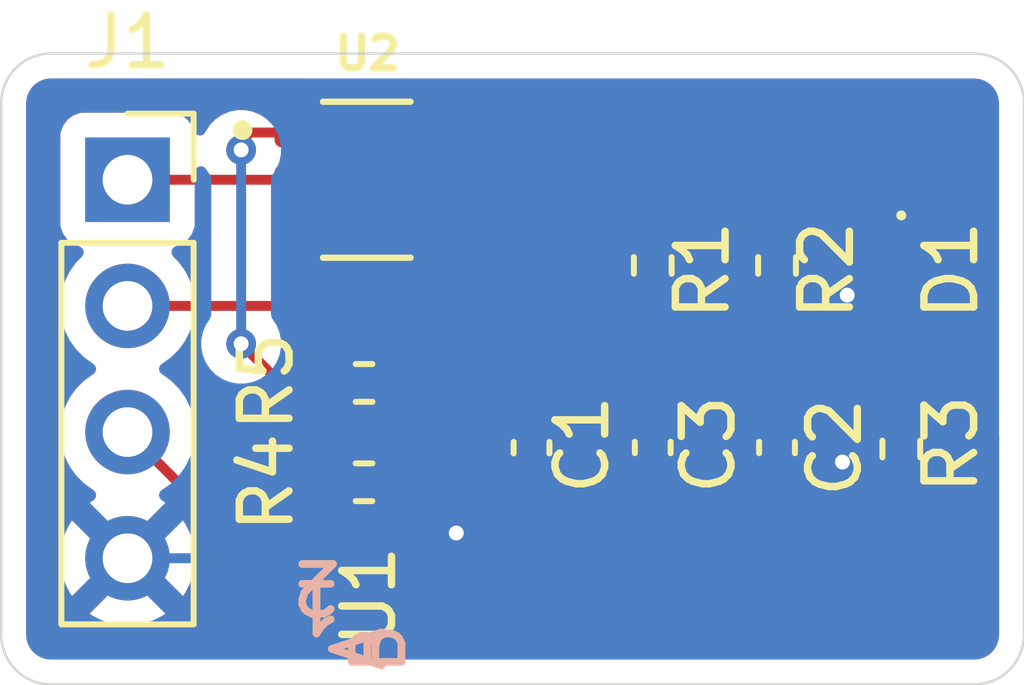
<source format=kicad_pcb>
(kicad_pcb (version 20241229) (generator "pcbnew") (generator_version "9.0")
  (layers (0 "F.Cu" signal) (2 "B.Cu" signal) (13 "F.Paste" user) (15 "B.Paste" user) (5 "F.SilkS" user "F.Silkscreen") (7 "B.SilkS" user "B.Silkscreen") (1 "F.Mask" user) (3 "B.Mask" user) (25 "Edge.Cuts" user))
  (net 0 "")
  (net 1 "GND")
  (net 2 "VCC")
  (net 3 "+3.3V")
  (net 4 "Net-(D1-A)")
  (net 5 "/SCL")
  (net 6 "/SDA")
  (net 7 "Net-(U2-FB)")
  (footprint "Capacitor_SMD:C_0402_1005Metric_Pad0.74x0.62mm_HandSolder" (layer "F.Cu") (at 120.508 88.7025 -90)
    (property "Reference" "C2" (at 0 -1.16 90) (layer "F.SilkS"))
    (property "Value" "0.47u" (hide yes))
    (fp_line (start -0.115835 0.36) (end 0.115835 0.36) (stroke (width 0.12)) (layer "F.SilkS"))
    (fp_line (start -0.115835 -0.36) (end 0.115835 -0.36) (stroke (width 0.12)) (layer "F.SilkS"))
    (pad "1" smd roundrect (at -0.5675 0 270) (size 0.735 0.62) (layers "F.Cu" "F.Mask" "F.Paste") (net 3 "+3.3V"))
    (pad "2" smd roundrect (at 0.5675 0 270) (size 0.735 0.62) (layers "F.Cu" "F.Mask" "F.Paste") (net 1 "GND"))
  )
  (footprint "MMC5603NJ:WLP4_0P82X0P82_MEM" (layer "F.Cu") (at 112.2974 91.7026 90)
    (property "Reference" "U1" (at 0 0 90) (layer "F.SilkS"))
    (property "Value" "MMC5603NJ" (hide yes))
    (fp_text user "B" (at -1.0541 0.2 90) (layer "F.SilkS"))
    (fp_text user "A" (at -1.0541 -0.2 90) (layer "F.SilkS"))
    (fp_text user "1" (at -0.2 -1.0541 180) (layer "F.SilkS"))
    (fp_text user "2" (at 0.2 -1.0541 180) (layer "F.SilkS"))
    (fp_text user "1" (at -0.2 -1.0541 180) (layer "B.SilkS"))
    (fp_text user "B" (at -1.0541 0.2 90) (layer "B.SilkS"))
    (fp_text user "2" (at 0.2 -1.0541 180) (layer "B.SilkS"))
    (fp_text user "A" (at -1.0541 -0.2 90) (layer "B.SilkS"))
    (pad "A1" smd circle (at -0.2 -0.2 90) (size 0.2032 0.2032) (layers "F.Cu" "F.Mask" "F.Paste") (net 1 "GND"))
    (pad "A2" smd circle (at 0.2 -0.2 90) (size 0.2032 0.2032) (layers "F.Cu" "F.Mask" "F.Paste") (net 5 "/SCL"))
    (pad "B1" smd circle (at -0.2 0.2 90) (size 0.2032 0.2032) (layers "F.Cu" "F.Mask" "F.Paste") (net 3 "+3.3V"))
    (pad "B2" smd circle (at 0.2 0.2 90) (size 0.2032 0.2032) (layers "F.Cu" "F.Mask" "F.Paste") (net 6 "/SDA"))
  )
  (footprint "LED_SMD:LED_0402_1005Metric" (layer "F.Cu") (at 123.008 85.12 -90)
    (property "Reference" "D1" (at 0.015 -1 90) (layer "F.SilkS"))
    (property "Value" "LED" (hide yes))
    (fp_circle (center -1.09 0) (end -1.04 0) (stroke (width 0.1)) (fill no) (layer "F.SilkS"))
    (pad "1" smd roundrect (at -0.485 0 270) (size 0.59 0.64) (layers "F.Cu" "F.Mask" "F.Paste") (net 1 "GND"))
    (pad "2" smd roundrect (at 0.485 0 270) (size 0.59 0.64) (layers "F.Cu" "F.Mask" "F.Paste") (net 4 "Net-(D1-A)"))
  )
  (footprint "Capacitor_SMD:C_0402_1005Metric_Pad0.74x0.62mm_HandSolder" (layer "F.Cu") (at 115.57 88.7055 90)
    (property "Reference" "C1" (at 0.0595 1.016 270) (layer "F.SilkS"))
    (property "Value" "0.47u" (hide yes))
    (fp_line (start -0.115835 -0.36) (end 0.115835 -0.36) (stroke (width 0.12)) (layer "F.SilkS"))
    (fp_line (start -0.115835 0.36) (end 0.115835 0.36) (stroke (width 0.12)) (layer "F.SilkS"))
    (pad "1" smd roundrect (at -0.5675 0 90) (size 0.735 0.62) (layers "F.Cu" "F.Mask" "F.Paste") (net 1 "GND"))
    (pad "2" smd roundrect (at 0.5675 0 90) (size 0.735 0.62) (layers "F.Cu" "F.Mask" "F.Paste") (net 2 "VCC"))
  )
  (footprint "Resistor_SMD:R_0402_1005Metric_Pad0.72x0.64mm_HandSolder" (layer "F.Cu") (at 112.1999 89.4026)
    (property "Reference" "R4" (at -1.9639 0.0054 90) (layer "F.SilkS"))
    (property "Value" "4.7k" (hide yes))
    (fp_line (start -0.167621 -0.38) (end 0.167621 -0.38) (stroke (width 0.12)) (layer "F.SilkS"))
    (fp_line (start -0.167621 0.38) (end 0.167621 0.38) (stroke (width 0.12)) (layer "F.SilkS"))
    (pad "1" smd roundrect (at -0.5975 0) (size 0.715 0.64) (layers "F.Cu" "F.Mask" "F.Paste") (net 5 "/SCL"))
    (pad "2" smd roundrect (at 0.5975 0) (size 0.715 0.64) (layers "F.Cu" "F.Mask" "F.Paste") (net 3 "+3.3V"))
  )
  (footprint "Resistor_SMD:R_0402_1005Metric_Pad0.72x0.64mm_HandSolder" (layer "F.Cu") (at 123.008 88.7325 90)
    (property "Reference" "R3" (at 0.0975 1 90) (layer "F.SilkS"))
    (property "Value" "1k" (hide yes))
    (fp_line (start -0.167621 -0.38) (end 0.167621 -0.38) (stroke (width 0.12)) (layer "F.SilkS"))
    (fp_line (start -0.167621 0.38) (end 0.167621 0.38) (stroke (width 0.12)) (layer "F.SilkS"))
    (pad "1" smd roundrect (at -0.5975 0 90) (size 0.715 0.64) (layers "F.Cu" "F.Mask" "F.Paste") (net 3 "+3.3V"))
    (pad "2" smd roundrect (at 0.5975 0 90) (size 0.715 0.64) (layers "F.Cu" "F.Mask" "F.Paste") (net 4 "Net-(D1-A)"))
  )
  (footprint "Resistor_SMD:R_0402_1005Metric_Pad0.72x0.64mm_HandSolder" (layer "F.Cu") (at 118.008 85.0375 -90)
    (property "Reference" "R1" (at 0.0975 -1 90) (layer "F.SilkS"))
    (property "Value" "174k" (hide yes))
    (fp_line (start -0.167621 0.38) (end 0.167621 0.38) (stroke (width 0.12)) (layer "F.SilkS"))
    (fp_line (start -0.167621 -0.38) (end 0.167621 -0.38) (stroke (width 0.12)) (layer "F.SilkS"))
    (pad "1" smd roundrect (at -0.5975 0 270) (size 0.715 0.64) (layers "F.Cu" "F.Mask" "F.Paste") (net 3 "+3.3V"))
    (pad "2" smd roundrect (at 0.5975 0 270) (size 0.715 0.64) (layers "F.Cu" "F.Mask" "F.Paste") (net 7 "Net-(U2-FB)"))
  )
  (footprint "Resistor_SMD:R_0402_1005Metric_Pad0.72x0.64mm_HandSolder" (layer "F.Cu") (at 120.508 85.0375 -90)
    (property "Reference" "R2" (at 0.0975 -1 90) (layer "F.SilkS"))
    (property "Value" "100k" (hide yes))
    (fp_line (start -0.167621 0.38) (end 0.167621 0.38) (stroke (width 0.12)) (layer "F.SilkS"))
    (fp_line (start -0.167621 -0.38) (end 0.167621 -0.38) (stroke (width 0.12)) (layer "F.SilkS"))
    (pad "1" smd roundrect (at -0.5975 0 270) (size 0.715 0.64) (layers "F.Cu" "F.Mask" "F.Paste") (net 7 "Net-(U2-FB)"))
    (pad "2" smd roundrect (at 0.5975 0 270) (size 0.715 0.64) (layers "F.Cu" "F.Mask" "F.Paste") (net 1 "GND"))
  )
  (footprint "Capacitor_SMD:C_0402_1005Metric_Pad0.74x0.62mm_HandSolder" (layer "F.Cu") (at 118.008 88.7025 -90)
    (property "Reference" "C3" (at -0.0565 -1.118 90) (layer "F.SilkS"))
    (property "Value" "0.47u" (hide yes))
    (fp_line (start -0.115835 0.36) (end 0.115835 0.36) (stroke (width 0.12)) (layer "F.SilkS"))
    (fp_line (start -0.115835 -0.36) (end 0.115835 -0.36) (stroke (width 0.12)) (layer "F.SilkS"))
    (pad "1" smd roundrect (at -0.5675 0 270) (size 0.735 0.62) (layers "F.Cu" "F.Mask" "F.Paste") (net 3 "+3.3V"))
    (pad "2" smd roundrect (at 0.5675 0 270) (size 0.735 0.62) (layers "F.Cu" "F.Mask" "F.Paste") (net 1 "GND"))
  )
  (footprint "Connector_PinSocket_2.54mm:PinSocket_1x04_P2.54mm_Vertical" (layer "F.Cu") (at 107.442 83.312)
    (property "Reference" "J1" (at 0 -2.77 0) (layer "F.SilkS"))
    (property "Value" "Conn_01x04_Pin" (hide yes))
    (fp_line (start -1.33 1.27) (end -1.33 8.95) (stroke (width 0.12)) (layer "F.SilkS"))
    (fp_line (start -1.33 1.27) (end 1.33 1.27) (stroke (width 0.12)) (layer "F.SilkS"))
    (fp_line (start -1.33 8.95) (end 1.33 8.95) (stroke (width 0.12)) (layer "F.SilkS"))
    (fp_line (start 0 -1.33) (end 1.33 -1.33) (stroke (width 0.12)) (layer "F.SilkS"))
    (fp_line (start 1.33 -1.33) (end 1.33 0) (stroke (width 0.12)) (layer "F.SilkS"))
    (fp_line (start 1.33 1.27) (end 1.33 8.95) (stroke (width 0.12)) (layer "F.SilkS"))
    (pad "1" thru_hole rect (at 0 0) (size 1.7 1.7) (drill 1) (layers "*.Cu" "*.Mask") (net 2 "VCC"))
    (pad "2" thru_hole circle (at 0 2.54) (size 1.7 1.7) (drill 1) (layers "*.Cu" "*.Mask") (net 6 "/SDA"))
    (pad "3" thru_hole circle (at 0 5.08) (size 1.7 1.7) (drill 1) (layers "*.Cu" "*.Mask") (net 5 "/SCL"))
    (pad "4" thru_hole circle (at 0 7.62) (size 1.7 1.7) (drill 1) (layers "*.Cu" "*.Mask") (net 1 "GND"))
  )
  (footprint "Resistor_SMD:R_0402_1005Metric_Pad0.72x0.64mm_HandSolder" (layer "F.Cu") (at 112.1999 87.4026 180)
    (property "Reference" "R5" (at 1.9639 0.0266 90) (layer "F.SilkS"))
    (property "Value" "4.7k" (hide yes))
    (fp_line (start -0.167621 0.38) (end 0.167621 0.38) (stroke (width 0.12)) (layer "F.SilkS"))
    (fp_line (start -0.167621 -0.38) (end 0.167621 -0.38) (stroke (width 0.12)) (layer "F.SilkS"))
    (pad "1" smd roundrect (at -0.5975 0 180) (size 0.715 0.64) (layers "F.Cu" "F.Mask" "F.Paste") (net 6 "/SDA"))
    (pad "2" smd roundrect (at 0.5975 0 180) (size 0.715 0.64) (layers "F.Cu" "F.Mask" "F.Paste") (net 3 "+3.3V"))
  )
  (footprint "ADP3331:SOT95P280X145-6N" (layer "F.Cu") (at 112.255 83.312)
    (property "Reference" "U2" (at 0.013 -2.54 0) (layer "F.SilkS") (effects (font (size 0.64 0.64))))
    (property "Value" "ADP3331ARTZ-REEL7" (hide yes))
    (fp_line (start -0.88 -1.57) (end 0.88 -1.57) (stroke (width 0.127)) (layer "F.SilkS"))
    (fp_line (start -0.88 1.57) (end 0.88 1.57) (stroke (width 0.127)) (layer "F.SilkS"))
    (fp_circle (center -2.5 -1) (end -2.4 -1) (stroke (width 0.2)) (fill no) (layer "F.SilkS"))
    (pad "1" smd roundrect (at -1.245 -0.95) (size 1.22 0.6) (layers "F.Cu" "F.Mask" "F.Paste") (net 3 "+3.3V"))
    (pad "2" smd roundrect (at -1.245 0) (size 1.22 0.6) (layers "F.Cu" "F.Mask" "F.Paste") (net 2 "VCC"))
    (pad "3" smd roundrect (at -1.245 0.95) (size 1.22 0.6) (layers "F.Cu" "F.Mask" "F.Paste"))
    (pad "4" smd roundrect (at 1.245 0.95) (size 1.22 0.6) (layers "F.Cu" "F.Mask" "F.Paste") (net 1 "GND"))
    (pad "5" smd roundrect (at 1.245 0) (size 1.22 0.6) (layers "F.Cu" "F.Mask" "F.Paste") (net 7 "Net-(U2-FB)"))
    (pad "6" smd roundrect (at 1.245 -0.95) (size 1.22 0.6) (layers "F.Cu" "F.Mask" "F.Paste"))
  )
  (gr_arc (start 105.902 93.472) (mid 105.194893 93.179107) (end 104.902 92.472) (stroke (width 0.05)) (layer "Edge.Cuts"))
  (gr_arc (start 125.476 92.472) (mid 125.183107 93.179107) (end 124.476 93.472) (stroke (width 0.05)) (layer "Edge.Cuts"))
  (gr_line (start 124.476 93.472) (end 105.902 93.472) (stroke (width 0.05)) (layer "Edge.Cuts"))
  (gr_line (start 104.902 92.472) (end 104.902 81.772) (stroke (width 0.05)) (layer "Edge.Cuts"))
  (gr_line (start 125.476 81.772) (end 125.476 92.472) (stroke (width 0.05)) (layer "Edge.Cuts"))
  (gr_arc (start 124.476 80.772) (mid 125.183107 81.064893) (end 125.476 81.772) (stroke (width 0.05)) (layer "Edge.Cuts"))
  (gr_line (start 105.902 80.772) (end 124.476 80.772) (stroke (width 0.05)) (layer "Edge.Cuts"))
  (gr_arc (start 104.902 81.772) (mid 105.194893 81.064893) (end 105.902 80.772) (stroke (width 0.05)) (layer "Edge.Cuts"))
  (segment (start 122.008 85.635) (end 123.008 84.635) (width 0.2) (layer "F.Cu") (net 1))
  (segment (start 116.586 88.257) (end 115.57 89.273) (width 0.2) (layer "F.Cu") (net 1))
  (segment (start 108.4152 91.9052) (end 112.0948 91.9052) (width 0.2) (layer "F.Cu") (net 1))
  (segment (start 116.586 87.348) (end 116.586 88.257) (width 0.2) (layer "F.Cu") (net 1))
  (segment (start 115.57 89.273) (end 115.197 89.273) (width 0.2) (layer "F.Cu") (net 1))
  (segment (start 107.442 90.932) (end 108.4152 91.9052) (width 0.2) (layer "F.Cu") (net 1))
  (segment (start 115.57 89.273) (end 118.005 89.273) (width 0.2) (layer "F.Cu") (net 1))
  (segment (start 121.824735 88.995265) (end 121.55 89.27) (width 0.2) (layer "F.Cu") (net 1))
  (segment (start 113.5 84.262) (end 116.586 87.348) (width 0.2) (layer "F.Cu") (net 1))
  (segment (start 118.005 89.273) (end 118.008 89.27) (width 0.2) (layer "F.Cu") (net 1))
  (segment (start 120.508 85.635) (end 121.92 85.635) (width 0.2) (layer "F.Cu") (net 1))
  (segment (start 118.008 89.27) (end 120.508 89.27) (width 0.2) (layer "F.Cu") (net 1))
  (segment (start 114.046 90.424) (end 114.0559 90.424) (width 0.2) (layer "F.Cu") (net 1))
  (segment (start 115.197 89.273) (end 114.046 90.424) (width 0.2) (layer "F.Cu") (net 1))
  (segment (start 121.55 89.27) (end 120.508 89.27) (width 0.2) (layer "F.Cu") (net 1))
  (segment (start 121.92 85.635) (end 122.008 85.635) (width 0.2) (layer "F.Cu") (net 1))
  (via (at 121.824735 88.995265) (size 0.6) (drill 0.3) (layers "F.Cu" "B.Cu") (net 1))
  (via (at 114.0559 90.424) (size 0.6) (drill 0.3) (layers "F.Cu" "B.Cu") (net 1))
  (via (at 121.92 85.635) (size 0.6) (drill 0.3) (layers "F.Cu" "B.Cu") (net 1))
  (segment (start 122.008 85.723) (end 122.008 88.812) (width 0.2) (layer "B.Cu") (net 1))
  (segment (start 110.236 90.424) (end 109.728 90.932) (width 0.2) (layer "B.Cu") (net 1))
  (segment (start 114.0559 90.424) (end 110.236 90.424) (width 0.2) (layer "B.Cu") (net 1))
  (segment (start 121.92 85.635) (end 122.008 85.723) (width 0.2) (layer "B.Cu") (net 1))
  (segment (start 121.666 89.154) (end 121.824735 88.995265) (width 0.2) (layer "B.Cu") (net 1))
  (segment (start 109.728 90.932) (end 107.442 90.932) (width 0.2) (layer "B.Cu") (net 1))
  (segment (start 122.008 88.812) (end 121.666 89.154) (width 0.2) (layer "B.Cu") (net 1))
  (segment (start 112.268 83.960001) (end 112.268 85.598) (width 0.2) (layer "F.Cu") (net 2))
  (segment (start 111.01 83.312) (end 111.619999 83.312) (width 0.2) (layer "F.Cu") (net 2))
  (segment (start 112.268 85.598) (end 114.808 88.138) (width 0.2) (layer "F.Cu") (net 2))
  (segment (start 114.808 88.138) (end 115.57 88.138) (width 0.2) (layer "F.Cu") (net 2))
  (segment (start 111.619999 83.312) (end 112.268 83.960001) (width 0.2) (layer "F.Cu") (net 2))
  (segment (start 107.442 83.312) (end 111.01 83.312) (width 0.2) (layer "F.Cu") (net 2))
  (segment (start 111.838 81.534) (end 115.102 81.534) (width 0.2) (layer "F.Cu") (net 3))
  (segment (start 118.008 88.135) (end 120.508 88.135) (width 0.2) (layer "F.Cu") (net 3))
  (segment (start 111.01 82.362) (end 111.838 81.534) (width 0.2) (layer "F.Cu") (net 3))
  (segment (start 119.634 82.804) (end 123.444 82.804) (width 0.2) (layer "F.Cu") (net 3))
  (segment (start 109.728 86.614) (end 110.5166 87.4026) (width 0.2) (layer "F.Cu") (net 3))
  (segment (start 124.206 83.566) (end 124.206 88.132) (width 0.2) (layer "F.Cu") (net 3))
  (segment (start 109.728 82.55) (end 109.916 82.362) (width 0.2) (layer "F.Cu") (net 3))
  (segment (start 119.634 82.814) (end 119.634 82.804) (width 0.2) (layer "F.Cu") (net 3))
  (segment (start 112.7974 89.4026) (end 112.7974 88.5976) (width 0.2) (layer "F.Cu") (net 3))
  (segment (start 110.5166 87.4026) (end 111.6024 87.4026) (width 0.2) (layer "F.Cu") (net 3))
  (segment (start 112.7974 88.5976) (end 111.6024 87.4026) (width 0.2) (layer "F.Cu") (net 3))
  (segment (start 109.728 82.712) (end 109.728 82.55) (width 0.2) (layer "F.Cu") (net 3))
  (segment (start 120.508 88.135) (end 121.813 88.135) (width 0.2) (layer "F.Cu") (net 3))
  (segment (start 115.102 81.534) (end 118.008 84.44) (width 0.2) (layer "F.Cu") (net 3))
  (segment (start 123.008 89.33) (end 120.4328 91.9052) (width 0.2) (layer "F.Cu") (net 3))
  (segment (start 121.813 88.135) (end 123.008 89.33) (width 0.2) (layer "F.Cu") (net 3))
  (segment (start 124.206 88.132) (end 123.008 89.33) (width 0.2) (layer "F.Cu") (net 3))
  (segment (start 123.444 82.804) (end 124.206 83.566) (width 0.2) (layer "F.Cu") (net 3))
  (segment (start 109.916 82.362) (end 111.01 82.362) (width 0.2) (layer "F.Cu") (net 3))
  (segment (start 120.4328 91.9052) (end 112.5 91.9052) (width 0.2) (layer "F.Cu") (net 3))
  (segment (start 118.008 84.44) (end 119.634 82.814) (width 0.2) (layer "F.Cu") (net 3))
  (via (at 109.728 82.712) (size 0.6) (drill 0.3) (layers "F.Cu" "B.Cu") (net 3))
  (via (at 109.728 86.614) (size 0.6) (drill 0.3) (layers "F.Cu" "B.Cu") (net 3))
  (segment (start 109.728 82.712) (end 109.728 86.614) (width 0.2) (layer "B.Cu") (net 3))
  (segment (start 123.008 85.605) (end 123.008 88.135) (width 0.2) (layer "F.Cu") (net 4))
  (segment (start 111.6024 91.0076) (end 112.0948 91.5) (width 0.2) (layer "F.Cu") (net 5))
  (segment (start 111.6024 89.4026) (end 111.6024 91.0076) (width 0.2) (layer "F.Cu") (net 5))
  (segment (start 107.442 88.392) (end 108.4526 89.4026) (width 0.2) (layer "F.Cu") (net 5))
  (segment (start 108.4526 89.4026) (end 111.6024 89.4026) (width 0.2) (layer "F.Cu") (net 5))
  (segment (start 113.4559 88.0611) (end 113.4559 90.5441) (width 0.2) (layer "F.Cu") (net 6))
  (segment (start 107.442 85.852) (end 111.2468 85.852) (width 0.2) (layer "F.Cu") (net 6))
  (segment (start 113.4559 90.5441) (end 112.5 91.5) (width 0.2) (layer "F.Cu") (net 6))
  (segment (start 111.2468 85.852) (end 112.7974 87.4026) (width 0.2) (layer "F.Cu") (net 6))
  (segment (start 112.7974 87.4026) (end 113.4559 88.0611) (width 0.2) (layer "F.Cu") (net 6))
  (segment (start 118.008 85.635) (end 115.685 83.312) (width 0.2) (layer "F.Cu") (net 7))
  (segment (start 118.008 85.635) (end 119.313 85.635) (width 0.2) (layer "F.Cu") (net 7))
  (segment (start 119.313 85.635) (end 120.508 84.44) (width 0.2) (layer "F.Cu") (net 7))
  (segment (start 115.685 83.312) (end 113.5 83.312) (width 0.2) (layer "F.Cu") (net 7))
  (zone (net 1) (net_name "GND") (layers "F.Cu" "B.Cu") (connect_pads (clearance 0.5)) (min_thickness 0.25) (fill yes (thermal_gap 0.5) (thermal_bridge_width 0.5))
    (polygon (pts (xy 125.476 93.472) (xy 125.476 80.772) (xy 104.902 80.772) (xy 104.902 93.472)))
  )
)
</source>
